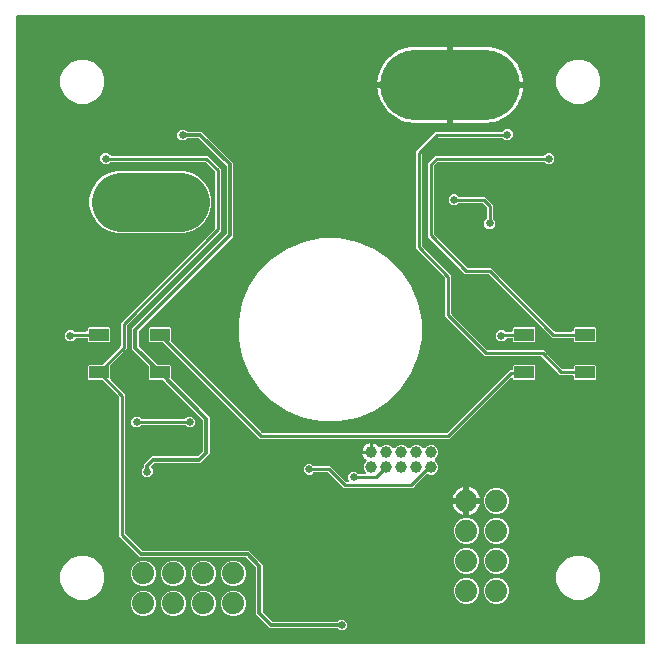
<source format=gbr>
G04 EAGLE Gerber RS-274X export*
G75*
%MOMM*%
%FSLAX34Y34*%
%LPD*%
%INTop Copper*%
%IPPOS*%
%AMOC8*
5,1,8,0,0,1.08239X$1,22.5*%
G01*
%ADD10C,5.016000*%
%ADD11C,5.916000*%
%ADD12R,1.651000X1.000000*%
%ADD13C,1.000000*%
%ADD14C,1.879600*%
%ADD15C,0.654800*%
%ADD16C,0.254000*%
%ADD17C,0.304800*%

G36*
X535118Y3746D02*
X535118Y3746D01*
X535237Y3753D01*
X535275Y3766D01*
X535316Y3771D01*
X535426Y3814D01*
X535539Y3851D01*
X535574Y3873D01*
X535611Y3888D01*
X535707Y3958D01*
X535808Y4021D01*
X535836Y4051D01*
X535869Y4074D01*
X535945Y4166D01*
X536026Y4253D01*
X536046Y4288D01*
X536071Y4319D01*
X536122Y4427D01*
X536180Y4531D01*
X536190Y4571D01*
X536207Y4607D01*
X536229Y4724D01*
X536259Y4839D01*
X536263Y4900D01*
X536267Y4920D01*
X536265Y4940D01*
X536269Y5000D01*
X536269Y535000D01*
X536254Y535118D01*
X536247Y535237D01*
X536234Y535275D01*
X536229Y535316D01*
X536186Y535426D01*
X536149Y535539D01*
X536127Y535574D01*
X536112Y535611D01*
X536043Y535707D01*
X535979Y535808D01*
X535949Y535836D01*
X535926Y535869D01*
X535834Y535945D01*
X535747Y536026D01*
X535712Y536046D01*
X535681Y536071D01*
X535573Y536122D01*
X535469Y536180D01*
X535429Y536190D01*
X535393Y536207D01*
X535276Y536229D01*
X535161Y536259D01*
X535101Y536263D01*
X535081Y536267D01*
X535060Y536265D01*
X535000Y536269D01*
X5000Y536269D01*
X4882Y536254D01*
X4763Y536247D01*
X4725Y536234D01*
X4684Y536229D01*
X4574Y536186D01*
X4461Y536149D01*
X4426Y536127D01*
X4389Y536112D01*
X4293Y536043D01*
X4192Y535979D01*
X4164Y535949D01*
X4131Y535926D01*
X4056Y535834D01*
X3974Y535747D01*
X3954Y535712D01*
X3929Y535681D01*
X3878Y535573D01*
X3820Y535469D01*
X3810Y535429D01*
X3793Y535393D01*
X3771Y535276D01*
X3741Y535161D01*
X3737Y535101D01*
X3733Y535081D01*
X3735Y535060D01*
X3731Y535000D01*
X3731Y5000D01*
X3746Y4882D01*
X3753Y4763D01*
X3766Y4725D01*
X3771Y4684D01*
X3814Y4574D01*
X3851Y4461D01*
X3873Y4426D01*
X3888Y4389D01*
X3958Y4293D01*
X4021Y4192D01*
X4051Y4164D01*
X4074Y4131D01*
X4166Y4056D01*
X4253Y3974D01*
X4288Y3954D01*
X4319Y3929D01*
X4427Y3878D01*
X4531Y3820D01*
X4571Y3810D01*
X4607Y3793D01*
X4724Y3771D01*
X4839Y3741D01*
X4900Y3737D01*
X4920Y3733D01*
X4940Y3735D01*
X5000Y3731D01*
X535000Y3731D01*
X535118Y3746D01*
G37*
%LPC*%
G36*
X262363Y192459D02*
X262363Y192459D01*
X247382Y195439D01*
X233271Y201284D01*
X220571Y209770D01*
X209770Y220571D01*
X201284Y233271D01*
X195439Y247382D01*
X192459Y262363D01*
X192459Y277637D01*
X195439Y292618D01*
X201284Y306729D01*
X209770Y319429D01*
X220571Y330230D01*
X233271Y338716D01*
X247382Y344561D01*
X262363Y347541D01*
X277637Y347541D01*
X292618Y344561D01*
X306729Y338716D01*
X319429Y330230D01*
X330230Y319429D01*
X338716Y306729D01*
X344561Y292618D01*
X347541Y277637D01*
X347541Y262363D01*
X344561Y247382D01*
X338716Y233271D01*
X330230Y220571D01*
X319429Y209770D01*
X306729Y201284D01*
X292618Y195439D01*
X277637Y192459D01*
X262363Y192459D01*
G37*
%LPD*%
%LPC*%
G36*
X89051Y352149D02*
X89051Y352149D01*
X82349Y353945D01*
X76340Y357414D01*
X71434Y362320D01*
X67965Y368329D01*
X66169Y375031D01*
X66169Y381969D01*
X67965Y388671D01*
X71434Y394680D01*
X76340Y399586D01*
X82349Y403055D01*
X89051Y404851D01*
X146149Y404851D01*
X152851Y403055D01*
X158860Y399586D01*
X163766Y394680D01*
X167235Y388671D01*
X169031Y381969D01*
X169031Y375031D01*
X167235Y368329D01*
X163766Y362320D01*
X158860Y357414D01*
X152851Y353945D01*
X146149Y352149D01*
X89051Y352149D01*
G37*
%LPD*%
%LPC*%
G36*
X278118Y15455D02*
X278118Y15455D01*
X276739Y16834D01*
X276661Y16894D01*
X276589Y16962D01*
X276536Y16991D01*
X276488Y17028D01*
X276397Y17068D01*
X276310Y17116D01*
X276252Y17131D01*
X276196Y17155D01*
X276098Y17170D01*
X276002Y17195D01*
X275902Y17201D01*
X275882Y17205D01*
X275870Y17203D01*
X275842Y17205D01*
X218842Y17205D01*
X207205Y28842D01*
X207205Y68317D01*
X207193Y68415D01*
X207190Y68514D01*
X207173Y68572D01*
X207165Y68632D01*
X207129Y68724D01*
X207101Y68819D01*
X207071Y68872D01*
X207048Y68928D01*
X206990Y69008D01*
X206940Y69093D01*
X206874Y69169D01*
X206862Y69185D01*
X206852Y69193D01*
X206834Y69214D01*
X199214Y76834D01*
X199136Y76894D01*
X199064Y76962D01*
X199011Y76991D01*
X198963Y77028D01*
X198872Y77068D01*
X198785Y77116D01*
X198727Y77131D01*
X198671Y77155D01*
X198573Y77170D01*
X198477Y77195D01*
X198377Y77201D01*
X198357Y77205D01*
X198345Y77203D01*
X198317Y77205D01*
X108842Y77205D01*
X107190Y78857D01*
X107190Y78873D01*
X107173Y78931D01*
X107165Y78991D01*
X107129Y79083D01*
X107101Y79179D01*
X107071Y79231D01*
X107048Y79287D01*
X106990Y79367D01*
X106940Y79453D01*
X106874Y79528D01*
X106862Y79544D01*
X106852Y79552D01*
X106834Y79573D01*
X93319Y93088D01*
X91459Y94948D01*
X91459Y212652D01*
X91447Y212750D01*
X91444Y212849D01*
X91427Y212907D01*
X91419Y212967D01*
X91383Y213059D01*
X91355Y213155D01*
X91325Y213207D01*
X91302Y213263D01*
X91244Y213343D01*
X91194Y213428D01*
X91128Y213504D01*
X91116Y213520D01*
X91106Y213528D01*
X91088Y213549D01*
X77279Y227358D01*
X77201Y227418D01*
X77129Y227486D01*
X77076Y227515D01*
X77028Y227552D01*
X76937Y227592D01*
X76850Y227640D01*
X76792Y227655D01*
X76736Y227679D01*
X76638Y227694D01*
X76543Y227719D01*
X76443Y227725D01*
X76422Y227729D01*
X76410Y227727D01*
X76382Y227729D01*
X65449Y227729D01*
X64704Y228474D01*
X64704Y239526D01*
X65449Y240271D01*
X76382Y240271D01*
X76480Y240283D01*
X76579Y240286D01*
X76637Y240303D01*
X76697Y240311D01*
X76789Y240347D01*
X76885Y240375D01*
X76937Y240405D01*
X76993Y240428D01*
X77073Y240486D01*
X77159Y240536D01*
X77234Y240602D01*
X77250Y240614D01*
X77258Y240624D01*
X77279Y240642D01*
X92088Y255451D01*
X92148Y255529D01*
X92216Y255601D01*
X92245Y255654D01*
X92282Y255702D01*
X92322Y255793D01*
X92370Y255880D01*
X92385Y255938D01*
X92409Y255994D01*
X92424Y256092D01*
X92449Y256187D01*
X92455Y256288D01*
X92459Y256308D01*
X92457Y256320D01*
X92459Y256348D01*
X92459Y276052D01*
X172088Y355681D01*
X172148Y355759D01*
X172216Y355831D01*
X172242Y355879D01*
X172261Y355902D01*
X172265Y355910D01*
X172282Y355932D01*
X172322Y356023D01*
X172370Y356110D01*
X172382Y356158D01*
X172397Y356189D01*
X172399Y356202D01*
X172409Y356224D01*
X172424Y356322D01*
X172449Y356417D01*
X172453Y356484D01*
X172457Y356502D01*
X172456Y356519D01*
X172459Y356538D01*
X172457Y356550D01*
X172459Y356578D01*
X172459Y403422D01*
X172447Y403520D01*
X172444Y403619D01*
X172427Y403677D01*
X172419Y403737D01*
X172383Y403829D01*
X172355Y403925D01*
X172325Y403977D01*
X172302Y404033D01*
X172244Y404113D01*
X172194Y404198D01*
X172128Y404274D01*
X172116Y404290D01*
X172106Y404298D01*
X172088Y404319D01*
X164319Y412088D01*
X164241Y412148D01*
X164169Y412216D01*
X164116Y412245D01*
X164068Y412282D01*
X163977Y412322D01*
X163890Y412370D01*
X163832Y412385D01*
X163776Y412409D01*
X163678Y412424D01*
X163583Y412449D01*
X163482Y412455D01*
X163462Y412459D01*
X163450Y412457D01*
X163422Y412459D01*
X84412Y412459D01*
X84314Y412447D01*
X84215Y412444D01*
X84157Y412427D01*
X84097Y412419D01*
X84005Y412383D01*
X83910Y412355D01*
X83857Y412325D01*
X83801Y412302D01*
X83721Y412244D01*
X83636Y412194D01*
X83560Y412128D01*
X83544Y412116D01*
X83536Y412106D01*
X83515Y412088D01*
X81882Y410455D01*
X78118Y410455D01*
X75455Y413118D01*
X75455Y416882D01*
X78118Y419545D01*
X81882Y419545D01*
X83515Y417912D01*
X83593Y417852D01*
X83665Y417784D01*
X83718Y417755D01*
X83766Y417718D01*
X83857Y417678D01*
X83944Y417630D01*
X84002Y417615D01*
X84058Y417591D01*
X84156Y417576D01*
X84252Y417551D01*
X84352Y417545D01*
X84372Y417541D01*
X84384Y417543D01*
X84412Y417541D01*
X166052Y417541D01*
X177541Y406052D01*
X177541Y353948D01*
X97912Y274319D01*
X97852Y274241D01*
X97784Y274169D01*
X97755Y274116D01*
X97718Y274068D01*
X97678Y273977D01*
X97630Y273890D01*
X97615Y273832D01*
X97591Y273776D01*
X97576Y273678D01*
X97551Y273583D01*
X97545Y273482D01*
X97541Y273462D01*
X97543Y273450D01*
X97541Y273422D01*
X97541Y253718D01*
X95681Y251858D01*
X84127Y240304D01*
X84067Y240226D01*
X83999Y240154D01*
X83970Y240101D01*
X83933Y240053D01*
X83893Y239962D01*
X83845Y239875D01*
X83830Y239817D01*
X83806Y239761D01*
X83791Y239663D01*
X83766Y239568D01*
X83760Y239468D01*
X83756Y239447D01*
X83758Y239435D01*
X83756Y239407D01*
X83756Y228593D01*
X83768Y228495D01*
X83771Y228396D01*
X83788Y228338D01*
X83796Y228278D01*
X83832Y228186D01*
X83860Y228090D01*
X83890Y228038D01*
X83913Y227982D01*
X83971Y227902D01*
X84021Y227816D01*
X84087Y227741D01*
X84099Y227725D01*
X84109Y227717D01*
X84127Y227696D01*
X96541Y215282D01*
X96541Y97578D01*
X96553Y97480D01*
X96556Y97381D01*
X96573Y97323D01*
X96581Y97263D01*
X96617Y97171D01*
X96645Y97075D01*
X96675Y97023D01*
X96698Y96967D01*
X96756Y96887D01*
X96806Y96802D01*
X96872Y96726D01*
X96884Y96710D01*
X96894Y96702D01*
X96912Y96681D01*
X110427Y83166D01*
X110505Y83106D01*
X110577Y83038D01*
X110630Y83009D01*
X110678Y82972D01*
X110769Y82932D01*
X110856Y82884D01*
X110914Y82869D01*
X110970Y82845D01*
X111068Y82830D01*
X111163Y82805D01*
X111263Y82799D01*
X111284Y82795D01*
X111296Y82797D01*
X111324Y82795D01*
X201158Y82795D01*
X212795Y71158D01*
X212795Y31683D01*
X212807Y31585D01*
X212810Y31486D01*
X212827Y31428D01*
X212835Y31368D01*
X212871Y31276D01*
X212899Y31181D01*
X212929Y31128D01*
X212952Y31072D01*
X213010Y30992D01*
X213060Y30907D01*
X213126Y30831D01*
X213138Y30815D01*
X213148Y30807D01*
X213166Y30786D01*
X220786Y23166D01*
X220864Y23106D01*
X220936Y23038D01*
X220989Y23009D01*
X221037Y22972D01*
X221128Y22932D01*
X221215Y22884D01*
X221273Y22869D01*
X221329Y22845D01*
X221427Y22830D01*
X221523Y22805D01*
X221623Y22799D01*
X221643Y22795D01*
X221655Y22797D01*
X221683Y22795D01*
X275842Y22795D01*
X275940Y22807D01*
X276039Y22810D01*
X276097Y22827D01*
X276157Y22835D01*
X276249Y22871D01*
X276345Y22899D01*
X276397Y22929D01*
X276453Y22952D01*
X276533Y23010D01*
X276618Y23060D01*
X276694Y23126D01*
X276710Y23138D01*
X276718Y23148D01*
X276739Y23166D01*
X278118Y24545D01*
X281882Y24545D01*
X284545Y21882D01*
X284545Y18118D01*
X281882Y15455D01*
X278118Y15455D01*
G37*
%LPD*%
%LPC*%
G36*
X113118Y145455D02*
X113118Y145455D01*
X110455Y148118D01*
X110455Y151882D01*
X111834Y153261D01*
X111894Y153339D01*
X111962Y153411D01*
X111991Y153464D01*
X112028Y153512D01*
X112068Y153603D01*
X112116Y153690D01*
X112131Y153748D01*
X112155Y153804D01*
X112170Y153902D01*
X112195Y153998D01*
X112201Y154098D01*
X112205Y154118D01*
X112203Y154130D01*
X112205Y154158D01*
X112205Y156158D01*
X118842Y162795D01*
X157317Y162795D01*
X157415Y162807D01*
X157514Y162810D01*
X157572Y162827D01*
X157632Y162835D01*
X157724Y162871D01*
X157819Y162899D01*
X157872Y162929D01*
X157928Y162952D01*
X158008Y163010D01*
X158093Y163060D01*
X158169Y163126D01*
X158185Y163138D01*
X158193Y163148D01*
X158214Y163166D01*
X161834Y166786D01*
X161894Y166864D01*
X161962Y166936D01*
X161991Y166989D01*
X162028Y167037D01*
X162068Y167128D01*
X162116Y167215D01*
X162131Y167273D01*
X162155Y167329D01*
X162170Y167427D01*
X162195Y167523D01*
X162201Y167623D01*
X162205Y167643D01*
X162203Y167655D01*
X162205Y167683D01*
X162205Y193087D01*
X162193Y193185D01*
X162190Y193284D01*
X162173Y193342D01*
X162165Y193402D01*
X162129Y193494D01*
X162101Y193589D01*
X162071Y193642D01*
X162048Y193698D01*
X161990Y193778D01*
X161940Y193863D01*
X161874Y193939D01*
X161862Y193955D01*
X161852Y193963D01*
X161834Y193984D01*
X128460Y227358D01*
X128382Y227418D01*
X128310Y227486D01*
X128257Y227515D01*
X128209Y227552D01*
X128118Y227592D01*
X128031Y227640D01*
X127973Y227655D01*
X127917Y227679D01*
X127819Y227694D01*
X127723Y227719D01*
X127623Y227725D01*
X127603Y227729D01*
X127591Y227727D01*
X127563Y227729D01*
X116989Y227729D01*
X116244Y228474D01*
X116244Y239048D01*
X116232Y239146D01*
X116229Y239245D01*
X116212Y239303D01*
X116204Y239363D01*
X116168Y239455D01*
X116140Y239550D01*
X116110Y239603D01*
X116087Y239659D01*
X116029Y239739D01*
X115979Y239824D01*
X115913Y239900D01*
X115901Y239916D01*
X115891Y239924D01*
X115873Y239945D01*
X104214Y251604D01*
X102205Y253612D01*
X102205Y271158D01*
X181834Y350786D01*
X181894Y350864D01*
X181962Y350936D01*
X181991Y350989D01*
X182028Y351037D01*
X182068Y351128D01*
X182116Y351215D01*
X182131Y351273D01*
X182155Y351329D01*
X182170Y351427D01*
X182195Y351523D01*
X182201Y351623D01*
X182205Y351643D01*
X182203Y351655D01*
X182205Y351683D01*
X182205Y408317D01*
X182193Y408415D01*
X182190Y408514D01*
X182173Y408572D01*
X182165Y408632D01*
X182129Y408724D01*
X182101Y408819D01*
X182071Y408872D01*
X182048Y408928D01*
X181990Y409008D01*
X181940Y409093D01*
X181874Y409169D01*
X181862Y409185D01*
X181852Y409193D01*
X181834Y409214D01*
X159214Y431834D01*
X159136Y431894D01*
X159064Y431962D01*
X159011Y431991D01*
X158963Y432028D01*
X158872Y432068D01*
X158785Y432116D01*
X158727Y432131D01*
X158671Y432155D01*
X158573Y432170D01*
X158477Y432195D01*
X158377Y432201D01*
X158357Y432205D01*
X158345Y432203D01*
X158317Y432205D01*
X149158Y432205D01*
X149060Y432193D01*
X148961Y432190D01*
X148903Y432173D01*
X148843Y432165D01*
X148751Y432129D01*
X148656Y432101D01*
X148603Y432071D01*
X148547Y432048D01*
X148467Y431990D01*
X148382Y431940D01*
X148306Y431874D01*
X148290Y431862D01*
X148282Y431852D01*
X148261Y431834D01*
X146882Y430455D01*
X143118Y430455D01*
X140455Y433118D01*
X140455Y436882D01*
X143118Y439545D01*
X146882Y439545D01*
X148261Y438166D01*
X148339Y438106D01*
X148411Y438038D01*
X148464Y438009D01*
X148512Y437972D01*
X148603Y437932D01*
X148690Y437884D01*
X148748Y437869D01*
X148804Y437845D01*
X148902Y437830D01*
X148998Y437805D01*
X149098Y437799D01*
X149118Y437795D01*
X149130Y437797D01*
X149158Y437795D01*
X161158Y437795D01*
X187795Y411158D01*
X187795Y348842D01*
X108166Y269214D01*
X108106Y269136D01*
X108038Y269064D01*
X108009Y269011D01*
X107972Y268963D01*
X107932Y268872D01*
X107884Y268785D01*
X107869Y268727D01*
X107845Y268671D01*
X107830Y268573D01*
X107805Y268477D01*
X107799Y268377D01*
X107795Y268357D01*
X107797Y268345D01*
X107795Y268317D01*
X107795Y256453D01*
X107807Y256355D01*
X107810Y256256D01*
X107827Y256198D01*
X107835Y256138D01*
X107871Y256046D01*
X107899Y255951D01*
X107929Y255898D01*
X107952Y255842D01*
X108010Y255762D01*
X108060Y255677D01*
X108126Y255601D01*
X108138Y255585D01*
X108148Y255577D01*
X108166Y255556D01*
X123080Y240642D01*
X123158Y240582D01*
X123230Y240514D01*
X123283Y240485D01*
X123331Y240448D01*
X123422Y240408D01*
X123509Y240360D01*
X123567Y240345D01*
X123623Y240321D01*
X123721Y240306D01*
X123817Y240281D01*
X123917Y240275D01*
X123937Y240271D01*
X123949Y240273D01*
X123977Y240271D01*
X134551Y240271D01*
X135296Y239526D01*
X135296Y228952D01*
X135308Y228854D01*
X135311Y228755D01*
X135328Y228697D01*
X135336Y228637D01*
X135372Y228545D01*
X135400Y228450D01*
X135430Y228397D01*
X135453Y228341D01*
X135511Y228261D01*
X135561Y228176D01*
X135627Y228100D01*
X135639Y228084D01*
X135649Y228076D01*
X135667Y228055D01*
X165786Y197936D01*
X167795Y195928D01*
X167795Y164842D01*
X160158Y157205D01*
X121683Y157205D01*
X121585Y157193D01*
X121486Y157190D01*
X121428Y157173D01*
X121368Y157165D01*
X121276Y157129D01*
X121181Y157101D01*
X121128Y157071D01*
X121072Y157048D01*
X120992Y156990D01*
X120907Y156940D01*
X120831Y156874D01*
X120815Y156862D01*
X120807Y156852D01*
X120786Y156834D01*
X118587Y154635D01*
X118514Y154541D01*
X118436Y154452D01*
X118417Y154416D01*
X118392Y154384D01*
X118345Y154274D01*
X118291Y154168D01*
X118282Y154129D01*
X118266Y154092D01*
X118247Y153974D01*
X118221Y153858D01*
X118222Y153818D01*
X118216Y153778D01*
X118227Y153659D01*
X118231Y153540D01*
X118242Y153501D01*
X118246Y153461D01*
X118286Y153349D01*
X118319Y153235D01*
X118340Y153200D01*
X118354Y153162D01*
X118420Y153063D01*
X118481Y152961D01*
X118521Y152916D01*
X118532Y152899D01*
X118547Y152885D01*
X118587Y152840D01*
X119545Y151882D01*
X119545Y148118D01*
X116882Y145455D01*
X113118Y145455D01*
G37*
%LPD*%
%LPC*%
G36*
X281524Y135883D02*
X281524Y135883D01*
X268319Y149088D01*
X268241Y149148D01*
X268169Y149216D01*
X268116Y149245D01*
X268068Y149282D01*
X267977Y149322D01*
X267890Y149370D01*
X267832Y149385D01*
X267776Y149409D01*
X267678Y149424D01*
X267583Y149449D01*
X267482Y149455D01*
X267462Y149459D01*
X267450Y149457D01*
X267422Y149459D01*
X256412Y149459D01*
X256314Y149447D01*
X256215Y149444D01*
X256157Y149427D01*
X256097Y149419D01*
X256005Y149383D01*
X255910Y149355D01*
X255857Y149325D01*
X255801Y149302D01*
X255721Y149244D01*
X255636Y149194D01*
X255560Y149128D01*
X255544Y149116D01*
X255536Y149106D01*
X255515Y149088D01*
X253882Y147455D01*
X250118Y147455D01*
X247455Y150118D01*
X247455Y153882D01*
X250118Y156545D01*
X253882Y156545D01*
X255515Y154912D01*
X255593Y154852D01*
X255665Y154784D01*
X255718Y154755D01*
X255766Y154718D01*
X255857Y154678D01*
X255944Y154630D01*
X256002Y154615D01*
X256058Y154591D01*
X256156Y154576D01*
X256252Y154551D01*
X256352Y154545D01*
X256372Y154541D01*
X256384Y154543D01*
X256412Y154541D01*
X270052Y154541D01*
X283257Y141336D01*
X283335Y141276D01*
X283407Y141208D01*
X283460Y141179D01*
X283508Y141142D01*
X283599Y141102D01*
X283686Y141054D01*
X283744Y141039D01*
X283800Y141015D01*
X283898Y141000D01*
X283993Y140975D01*
X284094Y140969D01*
X284114Y140965D01*
X284126Y140967D01*
X284154Y140965D01*
X284544Y140965D01*
X284682Y140982D01*
X284820Y140995D01*
X284839Y141002D01*
X284859Y141005D01*
X284989Y141056D01*
X285120Y141103D01*
X285136Y141114D01*
X285155Y141122D01*
X285268Y141203D01*
X285383Y141281D01*
X285396Y141297D01*
X285412Y141308D01*
X285501Y141416D01*
X285593Y141520D01*
X285602Y141538D01*
X285615Y141553D01*
X285674Y141679D01*
X285738Y141803D01*
X285742Y141823D01*
X285751Y141841D01*
X285777Y141977D01*
X285807Y142113D01*
X285807Y142134D01*
X285811Y142153D01*
X285802Y142292D01*
X285798Y142431D01*
X285792Y142451D01*
X285791Y142471D01*
X285748Y142603D01*
X285709Y142737D01*
X285699Y142754D01*
X285693Y142773D01*
X285618Y142891D01*
X285548Y143011D01*
X285529Y143032D01*
X285523Y143042D01*
X285508Y143056D01*
X285455Y143116D01*
X285455Y146882D01*
X288118Y149545D01*
X291882Y149545D01*
X293515Y147912D01*
X293593Y147852D01*
X293665Y147784D01*
X293718Y147755D01*
X293766Y147718D01*
X293857Y147678D01*
X293944Y147630D01*
X294002Y147615D01*
X294058Y147591D01*
X294156Y147576D01*
X294252Y147551D01*
X294352Y147545D01*
X294372Y147541D01*
X294384Y147543D01*
X294412Y147541D01*
X298777Y147541D01*
X298915Y147558D01*
X299053Y147571D01*
X299072Y147578D01*
X299092Y147581D01*
X299222Y147632D01*
X299353Y147679D01*
X299369Y147690D01*
X299388Y147698D01*
X299501Y147779D01*
X299616Y147857D01*
X299629Y147873D01*
X299645Y147884D01*
X299734Y147992D01*
X299826Y148096D01*
X299835Y148114D01*
X299848Y148129D01*
X299907Y148255D01*
X299971Y148379D01*
X299975Y148399D01*
X299984Y148417D01*
X300010Y148553D01*
X300040Y148689D01*
X300040Y148710D01*
X300044Y148729D01*
X300035Y148868D01*
X300031Y149007D01*
X300025Y149027D01*
X300024Y149047D01*
X299981Y149179D01*
X299942Y149313D01*
X299932Y149330D01*
X299926Y149349D01*
X299851Y149467D01*
X299781Y149587D01*
X299762Y149608D01*
X299756Y149618D01*
X299741Y149632D01*
X299674Y149708D01*
X299284Y150098D01*
X298329Y152403D01*
X298329Y154897D01*
X299284Y157202D01*
X300367Y158285D01*
X300419Y158352D01*
X300478Y158412D01*
X300516Y158477D01*
X300562Y158536D01*
X300595Y158614D01*
X300638Y158687D01*
X300658Y158759D01*
X300688Y158828D01*
X300701Y158911D01*
X300724Y158993D01*
X300726Y159068D01*
X300738Y159142D01*
X300730Y159226D01*
X300732Y159311D01*
X300715Y159384D01*
X300708Y159459D01*
X300680Y159538D01*
X300661Y159621D01*
X300626Y159687D01*
X300601Y159758D01*
X300553Y159828D01*
X300514Y159903D01*
X300464Y159959D01*
X300422Y160021D01*
X300359Y160077D01*
X300302Y160140D01*
X300190Y160226D01*
X300184Y160232D01*
X300180Y160233D01*
X300174Y160238D01*
X299793Y160493D01*
X298743Y161543D01*
X297917Y162778D01*
X297349Y164150D01*
X297164Y165081D01*
X304600Y165081D01*
X304718Y165096D01*
X304837Y165103D01*
X304875Y165115D01*
X304915Y165120D01*
X305026Y165164D01*
X305139Y165201D01*
X305173Y165223D01*
X305211Y165237D01*
X305307Y165307D01*
X305408Y165371D01*
X305408Y165372D01*
X305436Y165401D01*
X305468Y165424D01*
X305469Y165425D01*
X305545Y165517D01*
X305626Y165603D01*
X305646Y165639D01*
X305672Y165670D01*
X305722Y165777D01*
X305780Y165882D01*
X305790Y165921D01*
X305807Y165957D01*
X305829Y166074D01*
X305859Y166190D01*
X305863Y166250D01*
X305867Y166270D01*
X305866Y166290D01*
X305869Y166350D01*
X305869Y173786D01*
X306800Y173601D01*
X308172Y173033D01*
X309407Y172207D01*
X310457Y171157D01*
X310712Y170776D01*
X310767Y170712D01*
X310815Y170642D01*
X310871Y170592D01*
X310921Y170535D01*
X310990Y170487D01*
X311053Y170431D01*
X311120Y170397D01*
X311182Y170354D01*
X311261Y170325D01*
X311337Y170287D01*
X311410Y170270D01*
X311480Y170244D01*
X311564Y170236D01*
X311647Y170217D01*
X311722Y170219D01*
X311797Y170212D01*
X311880Y170224D01*
X311965Y170227D01*
X312037Y170248D01*
X312111Y170259D01*
X312189Y170292D01*
X312270Y170315D01*
X312335Y170353D01*
X312404Y170383D01*
X312471Y170434D01*
X312544Y170477D01*
X312650Y170570D01*
X312657Y170575D01*
X312659Y170578D01*
X312665Y170583D01*
X313748Y171666D01*
X316053Y172621D01*
X318547Y172621D01*
X320852Y171666D01*
X322753Y169766D01*
X322847Y169693D01*
X322936Y169614D01*
X322972Y169596D01*
X323004Y169571D01*
X323113Y169523D01*
X323219Y169469D01*
X323258Y169460D01*
X323296Y169444D01*
X323413Y169426D01*
X323529Y169400D01*
X323570Y169401D01*
X323610Y169395D01*
X323728Y169406D01*
X323847Y169409D01*
X323886Y169421D01*
X323926Y169424D01*
X324038Y169465D01*
X324153Y169498D01*
X324188Y169518D01*
X324226Y169532D01*
X324324Y169599D01*
X324427Y169659D01*
X324472Y169699D01*
X324489Y169711D01*
X324502Y169726D01*
X324548Y169766D01*
X326448Y171666D01*
X328753Y172621D01*
X331247Y172621D01*
X333552Y171666D01*
X335453Y169766D01*
X335547Y169693D01*
X335636Y169614D01*
X335672Y169596D01*
X335704Y169571D01*
X335813Y169523D01*
X335919Y169469D01*
X335958Y169460D01*
X335996Y169444D01*
X336113Y169426D01*
X336229Y169400D01*
X336270Y169401D01*
X336310Y169395D01*
X336428Y169406D01*
X336547Y169409D01*
X336586Y169421D01*
X336626Y169424D01*
X336738Y169465D01*
X336853Y169498D01*
X336888Y169518D01*
X336926Y169532D01*
X337024Y169599D01*
X337127Y169659D01*
X337172Y169699D01*
X337189Y169711D01*
X337202Y169726D01*
X337248Y169766D01*
X339148Y171666D01*
X341453Y172621D01*
X343947Y172621D01*
X346252Y171666D01*
X348152Y169766D01*
X348247Y169693D01*
X348336Y169614D01*
X348372Y169596D01*
X348404Y169571D01*
X348513Y169523D01*
X348619Y169469D01*
X348658Y169460D01*
X348696Y169444D01*
X348813Y169426D01*
X348929Y169400D01*
X348970Y169401D01*
X349010Y169395D01*
X349128Y169406D01*
X349247Y169409D01*
X349286Y169421D01*
X349326Y169424D01*
X349439Y169465D01*
X349553Y169498D01*
X349587Y169518D01*
X349626Y169532D01*
X349724Y169599D01*
X349827Y169659D01*
X349872Y169699D01*
X349889Y169711D01*
X349902Y169726D01*
X349947Y169766D01*
X351848Y171666D01*
X354153Y172621D01*
X356647Y172621D01*
X358952Y171666D01*
X360716Y169902D01*
X361671Y167597D01*
X361671Y165103D01*
X360716Y162798D01*
X358816Y160897D01*
X358743Y160803D01*
X358664Y160714D01*
X358646Y160678D01*
X358621Y160646D01*
X358573Y160537D01*
X358519Y160431D01*
X358510Y160392D01*
X358494Y160354D01*
X358476Y160237D01*
X358450Y160121D01*
X358451Y160080D01*
X358445Y160040D01*
X358456Y159922D01*
X358459Y159803D01*
X358471Y159764D01*
X358474Y159724D01*
X358515Y159612D01*
X358548Y159497D01*
X358568Y159462D01*
X358582Y159424D01*
X358649Y159326D01*
X358709Y159223D01*
X358749Y159178D01*
X358761Y159161D01*
X358776Y159148D01*
X358816Y159102D01*
X360716Y157202D01*
X361671Y154897D01*
X361671Y152403D01*
X360716Y150098D01*
X358952Y148334D01*
X356647Y147379D01*
X354153Y147379D01*
X352819Y147932D01*
X352790Y147940D01*
X352764Y147953D01*
X352637Y147981D01*
X352512Y148016D01*
X352482Y148016D01*
X352454Y148023D01*
X352324Y148019D01*
X352194Y148021D01*
X352165Y148014D01*
X352136Y148013D01*
X352011Y147977D01*
X351885Y147947D01*
X351859Y147933D01*
X351830Y147925D01*
X351719Y147859D01*
X351604Y147798D01*
X351582Y147778D01*
X351556Y147763D01*
X351435Y147657D01*
X341522Y137743D01*
X339662Y135883D01*
X281524Y135883D01*
G37*
%LPD*%
%LPC*%
G36*
X210718Y177459D02*
X210718Y177459D01*
X128819Y259358D01*
X128741Y259418D01*
X128669Y259486D01*
X128616Y259515D01*
X128568Y259552D01*
X128477Y259592D01*
X128390Y259640D01*
X128332Y259655D01*
X128276Y259679D01*
X128178Y259694D01*
X128083Y259719D01*
X127982Y259725D01*
X127962Y259729D01*
X127950Y259727D01*
X127922Y259729D01*
X116989Y259729D01*
X116244Y260474D01*
X116244Y271526D01*
X116989Y272271D01*
X134551Y272271D01*
X135296Y271526D01*
X135296Y260593D01*
X135308Y260495D01*
X135311Y260396D01*
X135328Y260338D01*
X135336Y260278D01*
X135372Y260186D01*
X135400Y260090D01*
X135430Y260038D01*
X135453Y259982D01*
X135511Y259902D01*
X135561Y259817D01*
X135627Y259741D01*
X135639Y259725D01*
X135649Y259717D01*
X135667Y259696D01*
X212451Y182912D01*
X212529Y182852D01*
X212601Y182784D01*
X212654Y182755D01*
X212702Y182718D01*
X212793Y182678D01*
X212880Y182630D01*
X212938Y182615D01*
X212994Y182591D01*
X213092Y182576D01*
X213187Y182551D01*
X213288Y182545D01*
X213308Y182541D01*
X213320Y182543D01*
X213348Y182541D01*
X368422Y182541D01*
X368520Y182553D01*
X368619Y182556D01*
X368677Y182573D01*
X368737Y182581D01*
X368829Y182617D01*
X368925Y182645D01*
X368977Y182675D01*
X369033Y182698D01*
X369113Y182756D01*
X369198Y182806D01*
X369274Y182872D01*
X369290Y182884D01*
X369298Y182894D01*
X369319Y182912D01*
X421948Y235541D01*
X423435Y235541D01*
X423553Y235556D01*
X423672Y235563D01*
X423710Y235576D01*
X423751Y235581D01*
X423861Y235624D01*
X423974Y235661D01*
X424009Y235683D01*
X424046Y235698D01*
X424142Y235767D01*
X424243Y235831D01*
X424271Y235861D01*
X424304Y235884D01*
X424380Y235976D01*
X424461Y236063D01*
X424481Y236098D01*
X424506Y236129D01*
X424557Y236237D01*
X424615Y236341D01*
X424625Y236381D01*
X424642Y236417D01*
X424664Y236534D01*
X424694Y236649D01*
X424698Y236709D01*
X424702Y236729D01*
X424700Y236750D01*
X424704Y236810D01*
X424704Y239526D01*
X425449Y240271D01*
X443011Y240271D01*
X443756Y239526D01*
X443756Y228474D01*
X443011Y227729D01*
X425449Y227729D01*
X424572Y228606D01*
X424566Y228623D01*
X424555Y228639D01*
X424547Y228658D01*
X424466Y228770D01*
X424388Y228886D01*
X424372Y228899D01*
X424361Y228915D01*
X424253Y229004D01*
X424149Y229096D01*
X424131Y229105D01*
X424116Y229118D01*
X423990Y229177D01*
X423866Y229241D01*
X423846Y229245D01*
X423828Y229254D01*
X423692Y229280D01*
X423556Y229310D01*
X423535Y229310D01*
X423516Y229314D01*
X423377Y229305D01*
X423238Y229301D01*
X423218Y229295D01*
X423198Y229294D01*
X423066Y229251D01*
X422932Y229212D01*
X422915Y229202D01*
X422896Y229196D01*
X422778Y229121D01*
X422658Y229051D01*
X422637Y229032D01*
X422627Y229026D01*
X422613Y229011D01*
X422538Y228944D01*
X371052Y177459D01*
X210718Y177459D01*
G37*
%LPD*%
%LPC*%
G36*
X476989Y227729D02*
X476989Y227729D01*
X476244Y228474D01*
X476244Y230190D01*
X476229Y230308D01*
X476222Y230427D01*
X476209Y230465D01*
X476204Y230506D01*
X476161Y230616D01*
X476124Y230729D01*
X476102Y230764D01*
X476087Y230801D01*
X476018Y230897D01*
X475954Y230998D01*
X475924Y231026D01*
X475901Y231059D01*
X475809Y231135D01*
X475722Y231216D01*
X475687Y231236D01*
X475656Y231261D01*
X475548Y231312D01*
X475444Y231370D01*
X475404Y231380D01*
X475368Y231397D01*
X475251Y231419D01*
X475136Y231449D01*
X475076Y231453D01*
X475056Y231457D01*
X475035Y231455D01*
X474975Y231459D01*
X464718Y231459D01*
X449089Y247088D01*
X449011Y247148D01*
X448939Y247216D01*
X448886Y247245D01*
X448838Y247282D01*
X448747Y247322D01*
X448660Y247370D01*
X448602Y247385D01*
X448546Y247409D01*
X448448Y247424D01*
X448353Y247449D01*
X448253Y247455D01*
X448232Y247459D01*
X448220Y247457D01*
X448192Y247459D01*
X401084Y247459D01*
X367459Y281084D01*
X367459Y313422D01*
X367447Y313520D01*
X367444Y313619D01*
X367431Y313663D01*
X367431Y313665D01*
X367428Y313675D01*
X367427Y313677D01*
X367419Y313737D01*
X367383Y313829D01*
X367355Y313925D01*
X367336Y313957D01*
X367333Y313967D01*
X367321Y313986D01*
X367302Y314033D01*
X367244Y314113D01*
X367194Y314198D01*
X367168Y314228D01*
X367163Y314236D01*
X367152Y314246D01*
X367128Y314274D01*
X367116Y314290D01*
X367106Y314298D01*
X367088Y314319D01*
X342459Y338948D01*
X342459Y421052D01*
X359136Y437729D01*
X415399Y437729D01*
X415497Y437742D01*
X415596Y437745D01*
X415654Y437762D01*
X415715Y437769D01*
X415807Y437806D01*
X415902Y437833D01*
X415954Y437864D01*
X416010Y437886D01*
X416090Y437944D01*
X416176Y437995D01*
X416251Y438061D01*
X416268Y438073D01*
X416275Y438083D01*
X416297Y438101D01*
X417929Y439733D01*
X421694Y439733D01*
X424356Y437071D01*
X424356Y433306D01*
X421694Y430644D01*
X417929Y430644D01*
X416297Y432276D01*
X416218Y432337D01*
X416146Y432405D01*
X416093Y432434D01*
X416045Y432471D01*
X415954Y432511D01*
X415868Y432558D01*
X415809Y432573D01*
X415753Y432598D01*
X415655Y432613D01*
X415560Y432638D01*
X415460Y432644D01*
X415439Y432647D01*
X415427Y432646D01*
X415399Y432648D01*
X361767Y432648D01*
X361669Y432636D01*
X361570Y432633D01*
X361511Y432616D01*
X361451Y432608D01*
X361359Y432572D01*
X361264Y432544D01*
X361212Y432513D01*
X361156Y432491D01*
X361076Y432433D01*
X360990Y432383D01*
X360915Y432316D01*
X360898Y432304D01*
X360891Y432295D01*
X360869Y432276D01*
X347912Y419319D01*
X347852Y419241D01*
X347784Y419169D01*
X347755Y419116D01*
X347718Y419068D01*
X347678Y418977D01*
X347630Y418890D01*
X347615Y418832D01*
X347591Y418776D01*
X347576Y418678D01*
X347551Y418583D01*
X347545Y418482D01*
X347541Y418462D01*
X347543Y418450D01*
X347541Y418422D01*
X347541Y341578D01*
X347553Y341480D01*
X347556Y341381D01*
X347573Y341323D01*
X347581Y341263D01*
X347617Y341171D01*
X347645Y341075D01*
X347675Y341023D01*
X347698Y340967D01*
X347756Y340887D01*
X347806Y340802D01*
X347872Y340726D01*
X347884Y340710D01*
X347894Y340702D01*
X347912Y340681D01*
X372541Y316052D01*
X372541Y283715D01*
X372553Y283617D01*
X372556Y283518D01*
X372573Y283459D01*
X372581Y283399D01*
X372617Y283307D01*
X372645Y283212D01*
X372675Y283160D01*
X372698Y283104D01*
X372756Y283024D01*
X372806Y282938D01*
X372872Y282863D01*
X372884Y282846D01*
X372894Y282838D01*
X372912Y282817D01*
X402817Y252912D01*
X402896Y252852D01*
X402968Y252784D01*
X403021Y252755D01*
X403069Y252718D01*
X403160Y252678D01*
X403246Y252630D01*
X403305Y252615D01*
X403360Y252591D01*
X403458Y252576D01*
X403554Y252551D01*
X403654Y252545D01*
X403674Y252541D01*
X403687Y252543D01*
X403715Y252541D01*
X450822Y252541D01*
X452682Y250681D01*
X466451Y236912D01*
X466529Y236852D01*
X466601Y236784D01*
X466654Y236755D01*
X466702Y236718D01*
X466793Y236678D01*
X466880Y236630D01*
X466938Y236615D01*
X466994Y236591D01*
X467092Y236576D01*
X467187Y236551D01*
X467288Y236545D01*
X467308Y236541D01*
X467320Y236543D01*
X467348Y236541D01*
X474975Y236541D01*
X475093Y236556D01*
X475212Y236563D01*
X475250Y236576D01*
X475291Y236581D01*
X475401Y236624D01*
X475514Y236661D01*
X475549Y236683D01*
X475586Y236698D01*
X475682Y236767D01*
X475783Y236831D01*
X475811Y236861D01*
X475844Y236884D01*
X475920Y236976D01*
X476001Y237063D01*
X476021Y237098D01*
X476046Y237129D01*
X476097Y237237D01*
X476155Y237341D01*
X476165Y237381D01*
X476182Y237417D01*
X476204Y237534D01*
X476234Y237649D01*
X476238Y237709D01*
X476242Y237729D01*
X476240Y237750D01*
X476244Y237810D01*
X476244Y239526D01*
X476989Y240271D01*
X494551Y240271D01*
X495296Y239526D01*
X495296Y228474D01*
X494551Y227729D01*
X476989Y227729D01*
G37*
%LPD*%
%LPC*%
G36*
X476989Y259729D02*
X476989Y259729D01*
X476244Y260474D01*
X476244Y262190D01*
X476229Y262308D01*
X476222Y262427D01*
X476209Y262465D01*
X476204Y262506D01*
X476161Y262616D01*
X476124Y262729D01*
X476102Y262764D01*
X476087Y262801D01*
X476018Y262897D01*
X475954Y262998D01*
X475924Y263026D01*
X475901Y263059D01*
X475809Y263135D01*
X475722Y263216D01*
X475687Y263236D01*
X475656Y263261D01*
X475548Y263312D01*
X475444Y263370D01*
X475404Y263380D01*
X475368Y263397D01*
X475251Y263419D01*
X475136Y263449D01*
X475076Y263453D01*
X475056Y263457D01*
X475035Y263455D01*
X474975Y263459D01*
X457948Y263459D01*
X404319Y317088D01*
X404241Y317148D01*
X404169Y317216D01*
X404116Y317245D01*
X404068Y317282D01*
X403977Y317322D01*
X403890Y317370D01*
X403832Y317385D01*
X403776Y317409D01*
X403678Y317424D01*
X403583Y317449D01*
X403482Y317455D01*
X403462Y317459D01*
X403450Y317457D01*
X403422Y317459D01*
X383948Y317459D01*
X352459Y348948D01*
X352459Y411052D01*
X358948Y417541D01*
X450588Y417541D01*
X450686Y417553D01*
X450785Y417556D01*
X450843Y417573D01*
X450903Y417581D01*
X450995Y417617D01*
X451090Y417645D01*
X451143Y417675D01*
X451199Y417698D01*
X451279Y417756D01*
X451364Y417806D01*
X451440Y417872D01*
X451456Y417884D01*
X451464Y417894D01*
X451485Y417912D01*
X453118Y419545D01*
X456882Y419545D01*
X459545Y416882D01*
X459545Y413118D01*
X456882Y410455D01*
X453118Y410455D01*
X451485Y412088D01*
X451407Y412148D01*
X451335Y412216D01*
X451282Y412245D01*
X451234Y412282D01*
X451143Y412322D01*
X451056Y412370D01*
X450998Y412385D01*
X450942Y412409D01*
X450844Y412424D01*
X450748Y412449D01*
X450648Y412455D01*
X450628Y412459D01*
X450616Y412457D01*
X450588Y412459D01*
X361578Y412459D01*
X361480Y412447D01*
X361381Y412444D01*
X361323Y412427D01*
X361263Y412419D01*
X361171Y412383D01*
X361075Y412355D01*
X361023Y412325D01*
X360967Y412302D01*
X360887Y412244D01*
X360802Y412194D01*
X360726Y412128D01*
X360710Y412116D01*
X360702Y412106D01*
X360681Y412088D01*
X357912Y409319D01*
X357852Y409241D01*
X357784Y409169D01*
X357755Y409116D01*
X357718Y409068D01*
X357678Y408977D01*
X357630Y408890D01*
X357615Y408832D01*
X357591Y408776D01*
X357576Y408678D01*
X357551Y408583D01*
X357545Y408482D01*
X357541Y408462D01*
X357543Y408450D01*
X357541Y408422D01*
X357541Y351578D01*
X357553Y351480D01*
X357556Y351381D01*
X357573Y351323D01*
X357581Y351263D01*
X357617Y351171D01*
X357645Y351075D01*
X357675Y351023D01*
X357698Y350967D01*
X357756Y350887D01*
X357806Y350802D01*
X357872Y350726D01*
X357884Y350710D01*
X357894Y350702D01*
X357912Y350681D01*
X385681Y322912D01*
X385759Y322852D01*
X385831Y322784D01*
X385884Y322755D01*
X385932Y322718D01*
X386023Y322678D01*
X386110Y322630D01*
X386168Y322615D01*
X386224Y322591D01*
X386322Y322576D01*
X386417Y322551D01*
X386518Y322545D01*
X386538Y322541D01*
X386550Y322543D01*
X386578Y322541D01*
X406052Y322541D01*
X459681Y268912D01*
X459759Y268852D01*
X459831Y268784D01*
X459884Y268755D01*
X459932Y268718D01*
X460023Y268678D01*
X460110Y268630D01*
X460168Y268615D01*
X460224Y268591D01*
X460322Y268576D01*
X460417Y268551D01*
X460518Y268545D01*
X460538Y268541D01*
X460550Y268543D01*
X460578Y268541D01*
X474975Y268541D01*
X475093Y268556D01*
X475212Y268563D01*
X475250Y268576D01*
X475291Y268581D01*
X475401Y268624D01*
X475514Y268661D01*
X475549Y268683D01*
X475586Y268698D01*
X475682Y268767D01*
X475783Y268831D01*
X475811Y268861D01*
X475844Y268884D01*
X475920Y268976D01*
X476001Y269063D01*
X476021Y269098D01*
X476046Y269129D01*
X476097Y269237D01*
X476155Y269341D01*
X476165Y269381D01*
X476182Y269417D01*
X476204Y269534D01*
X476234Y269649D01*
X476238Y269709D01*
X476242Y269729D01*
X476240Y269750D01*
X476244Y269810D01*
X476244Y271526D01*
X476989Y272271D01*
X494551Y272271D01*
X495296Y271526D01*
X495296Y260474D01*
X494551Y259729D01*
X476989Y259729D01*
G37*
%LPD*%
%LPC*%
G36*
X374139Y479939D02*
X374139Y479939D01*
X374139Y509521D01*
X402758Y509521D01*
X405899Y509211D01*
X408994Y508596D01*
X412014Y507680D01*
X414930Y506472D01*
X417713Y504984D01*
X420337Y503231D01*
X422777Y501228D01*
X425008Y498997D01*
X427011Y496557D01*
X428764Y493933D01*
X430252Y491150D01*
X431460Y488234D01*
X432376Y485214D01*
X432991Y482119D01*
X433206Y479939D01*
X374139Y479939D01*
G37*
%LPD*%
%LPC*%
G36*
X309994Y479939D02*
X309994Y479939D01*
X310209Y482119D01*
X310824Y485214D01*
X311740Y488234D01*
X312948Y491150D01*
X314436Y493933D01*
X316189Y496557D01*
X318192Y498997D01*
X320423Y501228D01*
X322863Y503231D01*
X325487Y504984D01*
X328270Y506472D01*
X331186Y507680D01*
X334206Y508596D01*
X337301Y509211D01*
X340442Y509521D01*
X369061Y509521D01*
X369061Y479939D01*
X309994Y479939D01*
G37*
%LPD*%
%LPC*%
G36*
X374139Y445279D02*
X374139Y445279D01*
X374139Y474861D01*
X433206Y474861D01*
X432991Y472681D01*
X432376Y469586D01*
X431460Y466566D01*
X430252Y463650D01*
X428764Y460867D01*
X427011Y458243D01*
X425008Y455803D01*
X422777Y453572D01*
X420337Y451569D01*
X417713Y449816D01*
X414930Y448328D01*
X412014Y447120D01*
X408994Y446204D01*
X405899Y445589D01*
X402758Y445279D01*
X374139Y445279D01*
G37*
%LPD*%
%LPC*%
G36*
X340442Y445279D02*
X340442Y445279D01*
X337301Y445589D01*
X334206Y446204D01*
X331186Y447120D01*
X328270Y448328D01*
X325487Y449816D01*
X322863Y451569D01*
X320423Y453572D01*
X318192Y455803D01*
X316189Y458243D01*
X314436Y460867D01*
X312948Y463650D01*
X311740Y466566D01*
X310824Y469586D01*
X310209Y472681D01*
X309994Y474861D01*
X369061Y474861D01*
X369061Y445279D01*
X340442Y445279D01*
G37*
%LPD*%
%LPC*%
G36*
X476312Y41459D02*
X476312Y41459D01*
X469498Y44282D01*
X464282Y49498D01*
X461459Y56312D01*
X461459Y63688D01*
X464282Y70502D01*
X469498Y75718D01*
X476312Y78541D01*
X483688Y78541D01*
X490502Y75718D01*
X495718Y70502D01*
X498541Y63688D01*
X498541Y56312D01*
X495718Y49498D01*
X490502Y44282D01*
X483688Y41459D01*
X476312Y41459D01*
G37*
%LPD*%
%LPC*%
G36*
X56312Y461459D02*
X56312Y461459D01*
X49498Y464282D01*
X44282Y469498D01*
X41459Y476312D01*
X41459Y483688D01*
X44282Y490502D01*
X49498Y495718D01*
X56312Y498541D01*
X63688Y498541D01*
X70502Y495718D01*
X75718Y490502D01*
X78541Y483688D01*
X78541Y476312D01*
X75718Y469498D01*
X70502Y464282D01*
X63688Y461459D01*
X56312Y461459D01*
G37*
%LPD*%
%LPC*%
G36*
X56312Y41459D02*
X56312Y41459D01*
X49498Y44282D01*
X44282Y49498D01*
X41459Y56312D01*
X41459Y63688D01*
X44282Y70502D01*
X49498Y75718D01*
X56312Y78541D01*
X63688Y78541D01*
X70502Y75718D01*
X75718Y70502D01*
X78541Y63688D01*
X78541Y56312D01*
X75718Y49498D01*
X70502Y44282D01*
X63688Y41459D01*
X56312Y41459D01*
G37*
%LPD*%
%LPC*%
G36*
X476312Y461459D02*
X476312Y461459D01*
X469498Y464282D01*
X464282Y469498D01*
X461459Y476312D01*
X461459Y483688D01*
X464282Y490502D01*
X469498Y495718D01*
X476312Y498541D01*
X483688Y498541D01*
X490502Y495718D01*
X495718Y490502D01*
X498541Y483688D01*
X498541Y476312D01*
X495718Y469498D01*
X490502Y464282D01*
X483688Y461459D01*
X476312Y461459D01*
G37*
%LPD*%
%LPC*%
G36*
X160578Y27631D02*
X160578Y27631D01*
X156657Y29255D01*
X153655Y32257D01*
X152031Y36178D01*
X152031Y40422D01*
X153655Y44343D01*
X156657Y47345D01*
X160578Y48969D01*
X164822Y48969D01*
X168743Y47345D01*
X171745Y44343D01*
X173369Y40422D01*
X173369Y36178D01*
X171745Y32257D01*
X168743Y29255D01*
X164822Y27631D01*
X160578Y27631D01*
G37*
%LPD*%
%LPC*%
G36*
X383178Y63631D02*
X383178Y63631D01*
X379257Y65255D01*
X376255Y68257D01*
X374631Y72178D01*
X374631Y76422D01*
X376255Y80343D01*
X379257Y83345D01*
X383178Y84969D01*
X387422Y84969D01*
X391343Y83345D01*
X394345Y80343D01*
X395969Y76422D01*
X395969Y72178D01*
X394345Y68257D01*
X391343Y65255D01*
X387422Y63631D01*
X383178Y63631D01*
G37*
%LPD*%
%LPC*%
G36*
X160578Y53031D02*
X160578Y53031D01*
X156657Y54655D01*
X153655Y57657D01*
X152031Y61578D01*
X152031Y65822D01*
X153655Y69743D01*
X156657Y72745D01*
X160578Y74369D01*
X164822Y74369D01*
X168743Y72745D01*
X171745Y69743D01*
X173369Y65822D01*
X173369Y61578D01*
X171745Y57657D01*
X168743Y54655D01*
X164822Y53031D01*
X160578Y53031D01*
G37*
%LPD*%
%LPC*%
G36*
X185978Y27631D02*
X185978Y27631D01*
X182057Y29255D01*
X179055Y32257D01*
X177431Y36178D01*
X177431Y40422D01*
X179055Y44343D01*
X182057Y47345D01*
X185978Y48969D01*
X190222Y48969D01*
X194143Y47345D01*
X197145Y44343D01*
X198769Y40422D01*
X198769Y36178D01*
X197145Y32257D01*
X194143Y29255D01*
X190222Y27631D01*
X185978Y27631D01*
G37*
%LPD*%
%LPC*%
G36*
X185978Y53031D02*
X185978Y53031D01*
X182057Y54655D01*
X179055Y57657D01*
X177431Y61578D01*
X177431Y65822D01*
X179055Y69743D01*
X182057Y72745D01*
X185978Y74369D01*
X190222Y74369D01*
X194143Y72745D01*
X197145Y69743D01*
X198769Y65822D01*
X198769Y61578D01*
X197145Y57657D01*
X194143Y54655D01*
X190222Y53031D01*
X185978Y53031D01*
G37*
%LPD*%
%LPC*%
G36*
X109778Y27631D02*
X109778Y27631D01*
X105857Y29255D01*
X102855Y32257D01*
X101231Y36178D01*
X101231Y40422D01*
X102855Y44343D01*
X105857Y47345D01*
X109778Y48969D01*
X114022Y48969D01*
X117943Y47345D01*
X120945Y44343D01*
X122569Y40422D01*
X122569Y36178D01*
X120945Y32257D01*
X117943Y29255D01*
X114022Y27631D01*
X109778Y27631D01*
G37*
%LPD*%
%LPC*%
G36*
X408578Y114431D02*
X408578Y114431D01*
X404657Y116055D01*
X401655Y119057D01*
X400031Y122978D01*
X400031Y127222D01*
X401655Y131143D01*
X404657Y134145D01*
X408578Y135769D01*
X412822Y135769D01*
X416743Y134145D01*
X419745Y131143D01*
X421369Y127222D01*
X421369Y122978D01*
X419745Y119057D01*
X416743Y116055D01*
X412822Y114431D01*
X408578Y114431D01*
G37*
%LPD*%
%LPC*%
G36*
X135178Y27631D02*
X135178Y27631D01*
X131257Y29255D01*
X128255Y32257D01*
X126631Y36178D01*
X126631Y40422D01*
X128255Y44343D01*
X131257Y47345D01*
X135178Y48969D01*
X139422Y48969D01*
X143343Y47345D01*
X146345Y44343D01*
X147969Y40422D01*
X147969Y36178D01*
X146345Y32257D01*
X143343Y29255D01*
X139422Y27631D01*
X135178Y27631D01*
G37*
%LPD*%
%LPC*%
G36*
X383178Y38231D02*
X383178Y38231D01*
X379257Y39855D01*
X376255Y42857D01*
X374631Y46778D01*
X374631Y51022D01*
X376255Y54943D01*
X379257Y57945D01*
X383178Y59569D01*
X387422Y59569D01*
X391343Y57945D01*
X394345Y54943D01*
X395969Y51022D01*
X395969Y46778D01*
X394345Y42857D01*
X391343Y39855D01*
X387422Y38231D01*
X383178Y38231D01*
G37*
%LPD*%
%LPC*%
G36*
X408578Y38231D02*
X408578Y38231D01*
X404657Y39855D01*
X401655Y42857D01*
X400031Y46778D01*
X400031Y51022D01*
X401655Y54943D01*
X404657Y57945D01*
X408578Y59569D01*
X412822Y59569D01*
X416743Y57945D01*
X419745Y54943D01*
X421369Y51022D01*
X421369Y46778D01*
X419745Y42857D01*
X416743Y39855D01*
X412822Y38231D01*
X408578Y38231D01*
G37*
%LPD*%
%LPC*%
G36*
X408578Y89031D02*
X408578Y89031D01*
X404657Y90655D01*
X401655Y93657D01*
X400031Y97578D01*
X400031Y101822D01*
X401655Y105743D01*
X404657Y108745D01*
X408578Y110369D01*
X412822Y110369D01*
X416743Y108745D01*
X419745Y105743D01*
X421369Y101822D01*
X421369Y97578D01*
X419745Y93657D01*
X416743Y90655D01*
X412822Y89031D01*
X408578Y89031D01*
G37*
%LPD*%
%LPC*%
G36*
X383178Y89031D02*
X383178Y89031D01*
X379257Y90655D01*
X376255Y93657D01*
X374631Y97578D01*
X374631Y101822D01*
X376255Y105743D01*
X379257Y108745D01*
X383178Y110369D01*
X387422Y110369D01*
X391343Y108745D01*
X394345Y105743D01*
X395969Y101822D01*
X395969Y97578D01*
X394345Y93657D01*
X391343Y90655D01*
X387422Y89031D01*
X383178Y89031D01*
G37*
%LPD*%
%LPC*%
G36*
X408578Y63631D02*
X408578Y63631D01*
X404657Y65255D01*
X401655Y68257D01*
X400031Y72178D01*
X400031Y76422D01*
X401655Y80343D01*
X404657Y83345D01*
X408578Y84969D01*
X412822Y84969D01*
X416743Y83345D01*
X419745Y80343D01*
X421369Y76422D01*
X421369Y72178D01*
X419745Y68257D01*
X416743Y65255D01*
X412822Y63631D01*
X408578Y63631D01*
G37*
%LPD*%
%LPC*%
G36*
X135178Y53031D02*
X135178Y53031D01*
X131257Y54655D01*
X128255Y57657D01*
X126631Y61578D01*
X126631Y65822D01*
X128255Y69743D01*
X131257Y72745D01*
X135178Y74369D01*
X139422Y74369D01*
X143343Y72745D01*
X146345Y69743D01*
X147969Y65822D01*
X147969Y61578D01*
X146345Y57657D01*
X143343Y54655D01*
X139422Y53031D01*
X135178Y53031D01*
G37*
%LPD*%
%LPC*%
G36*
X109778Y53031D02*
X109778Y53031D01*
X105857Y54655D01*
X102855Y57657D01*
X101231Y61578D01*
X101231Y65822D01*
X102855Y69743D01*
X105857Y72745D01*
X109778Y74369D01*
X114022Y74369D01*
X117943Y72745D01*
X120945Y69743D01*
X122569Y65822D01*
X122569Y61578D01*
X120945Y57657D01*
X117943Y54655D01*
X114022Y53031D01*
X109778Y53031D01*
G37*
%LPD*%
%LPC*%
G36*
X65449Y259729D02*
X65449Y259729D01*
X64704Y260474D01*
X64704Y262190D01*
X64689Y262308D01*
X64682Y262427D01*
X64669Y262465D01*
X64664Y262506D01*
X64621Y262616D01*
X64584Y262729D01*
X64562Y262764D01*
X64547Y262801D01*
X64478Y262897D01*
X64414Y262998D01*
X64384Y263026D01*
X64361Y263059D01*
X64269Y263135D01*
X64182Y263216D01*
X64147Y263236D01*
X64116Y263261D01*
X64008Y263312D01*
X63904Y263370D01*
X63864Y263380D01*
X63828Y263397D01*
X63711Y263419D01*
X63596Y263449D01*
X63536Y263453D01*
X63516Y263457D01*
X63495Y263455D01*
X63435Y263459D01*
X55412Y263459D01*
X55314Y263447D01*
X55215Y263444D01*
X55157Y263427D01*
X55097Y263419D01*
X55005Y263383D01*
X54910Y263355D01*
X54857Y263325D01*
X54801Y263302D01*
X54721Y263244D01*
X54636Y263194D01*
X54560Y263128D01*
X54544Y263116D01*
X54536Y263106D01*
X54515Y263088D01*
X51882Y260455D01*
X48118Y260455D01*
X45455Y263118D01*
X45455Y266882D01*
X48118Y269545D01*
X51882Y269545D01*
X52515Y268912D01*
X52593Y268852D01*
X52665Y268784D01*
X52718Y268755D01*
X52766Y268718D01*
X52857Y268678D01*
X52944Y268630D01*
X53002Y268615D01*
X53058Y268591D01*
X53156Y268576D01*
X53252Y268551D01*
X53352Y268545D01*
X53372Y268541D01*
X53384Y268543D01*
X53412Y268541D01*
X63435Y268541D01*
X63553Y268556D01*
X63672Y268563D01*
X63710Y268576D01*
X63751Y268581D01*
X63861Y268624D01*
X63974Y268661D01*
X64009Y268683D01*
X64046Y268698D01*
X64142Y268767D01*
X64243Y268831D01*
X64271Y268861D01*
X64304Y268884D01*
X64380Y268976D01*
X64461Y269063D01*
X64481Y269098D01*
X64506Y269129D01*
X64557Y269237D01*
X64615Y269341D01*
X64625Y269381D01*
X64642Y269417D01*
X64664Y269534D01*
X64694Y269649D01*
X64698Y269709D01*
X64702Y269729D01*
X64700Y269750D01*
X64704Y269810D01*
X64704Y271526D01*
X65449Y272271D01*
X83011Y272271D01*
X83756Y271526D01*
X83756Y260474D01*
X83011Y259729D01*
X65449Y259729D01*
G37*
%LPD*%
%LPC*%
G36*
X425449Y259729D02*
X425449Y259729D01*
X424704Y260474D01*
X424704Y262190D01*
X424689Y262308D01*
X424682Y262427D01*
X424669Y262465D01*
X424664Y262506D01*
X424621Y262616D01*
X424584Y262729D01*
X424562Y262764D01*
X424547Y262801D01*
X424478Y262897D01*
X424414Y262998D01*
X424384Y263026D01*
X424361Y263059D01*
X424269Y263135D01*
X424182Y263216D01*
X424147Y263236D01*
X424116Y263261D01*
X424008Y263312D01*
X423904Y263370D01*
X423864Y263380D01*
X423828Y263397D01*
X423711Y263419D01*
X423596Y263449D01*
X423536Y263453D01*
X423516Y263457D01*
X423495Y263455D01*
X423435Y263459D01*
X420412Y263459D01*
X420314Y263447D01*
X420215Y263444D01*
X420157Y263427D01*
X420097Y263419D01*
X420005Y263383D01*
X419910Y263355D01*
X419857Y263325D01*
X419801Y263302D01*
X419721Y263244D01*
X419636Y263194D01*
X419560Y263128D01*
X419544Y263116D01*
X419536Y263106D01*
X419515Y263088D01*
X416882Y260455D01*
X413118Y260455D01*
X410455Y263118D01*
X410455Y266882D01*
X413118Y269545D01*
X416882Y269545D01*
X417515Y268912D01*
X417593Y268852D01*
X417665Y268784D01*
X417718Y268755D01*
X417766Y268718D01*
X417857Y268678D01*
X417944Y268630D01*
X418002Y268615D01*
X418058Y268591D01*
X418156Y268576D01*
X418252Y268551D01*
X418352Y268545D01*
X418372Y268541D01*
X418384Y268543D01*
X418412Y268541D01*
X423435Y268541D01*
X423553Y268556D01*
X423672Y268563D01*
X423710Y268576D01*
X423751Y268581D01*
X423861Y268624D01*
X423974Y268661D01*
X424009Y268683D01*
X424046Y268698D01*
X424142Y268767D01*
X424243Y268831D01*
X424271Y268861D01*
X424304Y268884D01*
X424380Y268976D01*
X424461Y269063D01*
X424481Y269098D01*
X424506Y269129D01*
X424557Y269237D01*
X424615Y269341D01*
X424625Y269381D01*
X424642Y269417D01*
X424664Y269534D01*
X424694Y269649D01*
X424698Y269709D01*
X424702Y269729D01*
X424700Y269750D01*
X424704Y269810D01*
X424704Y271526D01*
X425449Y272271D01*
X443011Y272271D01*
X443756Y271526D01*
X443756Y260474D01*
X443011Y259729D01*
X425449Y259729D01*
G37*
%LPD*%
%LPC*%
G36*
X403118Y355455D02*
X403118Y355455D01*
X400455Y358118D01*
X400455Y361882D01*
X402088Y363515D01*
X402148Y363593D01*
X402216Y363665D01*
X402245Y363718D01*
X402282Y363766D01*
X402322Y363857D01*
X402370Y363944D01*
X402385Y364002D01*
X402409Y364058D01*
X402424Y364156D01*
X402449Y364252D01*
X402455Y364352D01*
X402459Y364372D01*
X402457Y364384D01*
X402459Y364412D01*
X402459Y373422D01*
X402447Y373520D01*
X402444Y373619D01*
X402427Y373677D01*
X402419Y373737D01*
X402383Y373829D01*
X402355Y373925D01*
X402325Y373977D01*
X402302Y374033D01*
X402244Y374113D01*
X402194Y374198D01*
X402128Y374274D01*
X402116Y374290D01*
X402106Y374298D01*
X402088Y374319D01*
X399319Y377088D01*
X399241Y377148D01*
X399169Y377216D01*
X399116Y377245D01*
X399068Y377282D01*
X398977Y377322D01*
X398890Y377370D01*
X398832Y377385D01*
X398776Y377409D01*
X398678Y377424D01*
X398583Y377449D01*
X398482Y377455D01*
X398462Y377459D01*
X398450Y377457D01*
X398422Y377459D01*
X379412Y377459D01*
X379314Y377447D01*
X379215Y377444D01*
X379157Y377427D01*
X379097Y377419D01*
X379005Y377383D01*
X378910Y377355D01*
X378857Y377325D01*
X378801Y377302D01*
X378721Y377244D01*
X378636Y377194D01*
X378560Y377128D01*
X378544Y377116D01*
X378536Y377106D01*
X378515Y377088D01*
X376882Y375455D01*
X373118Y375455D01*
X370455Y378118D01*
X370455Y381882D01*
X373118Y384545D01*
X376882Y384545D01*
X378515Y382912D01*
X378593Y382852D01*
X378665Y382784D01*
X378718Y382755D01*
X378766Y382718D01*
X378857Y382678D01*
X378944Y382630D01*
X379002Y382615D01*
X379058Y382591D01*
X379156Y382576D01*
X379252Y382551D01*
X379352Y382545D01*
X379372Y382541D01*
X379384Y382543D01*
X379412Y382541D01*
X401052Y382541D01*
X407541Y376052D01*
X407541Y364412D01*
X407553Y364314D01*
X407556Y364215D01*
X407573Y364157D01*
X407581Y364097D01*
X407617Y364005D01*
X407645Y363910D01*
X407675Y363857D01*
X407698Y363801D01*
X407756Y363721D01*
X407806Y363636D01*
X407872Y363560D01*
X407884Y363544D01*
X407894Y363536D01*
X407912Y363515D01*
X409545Y361882D01*
X409545Y358118D01*
X406882Y355455D01*
X403118Y355455D01*
G37*
%LPD*%
%LPC*%
G36*
X104118Y187455D02*
X104118Y187455D01*
X101455Y190118D01*
X101455Y193882D01*
X104118Y196545D01*
X107882Y196545D01*
X109515Y194912D01*
X109593Y194852D01*
X109665Y194784D01*
X109718Y194755D01*
X109766Y194718D01*
X109857Y194678D01*
X109944Y194630D01*
X110002Y194615D01*
X110058Y194591D01*
X110156Y194576D01*
X110252Y194551D01*
X110352Y194545D01*
X110372Y194541D01*
X110384Y194543D01*
X110412Y194541D01*
X146588Y194541D01*
X146686Y194553D01*
X146785Y194556D01*
X146843Y194573D01*
X146903Y194581D01*
X146995Y194617D01*
X147090Y194645D01*
X147143Y194675D01*
X147199Y194698D01*
X147279Y194756D01*
X147364Y194806D01*
X147440Y194872D01*
X147456Y194884D01*
X147464Y194894D01*
X147485Y194912D01*
X149118Y196545D01*
X152882Y196545D01*
X155545Y193882D01*
X155545Y190118D01*
X152882Y187455D01*
X149118Y187455D01*
X147485Y189088D01*
X147407Y189148D01*
X147335Y189216D01*
X147282Y189245D01*
X147234Y189282D01*
X147143Y189322D01*
X147056Y189370D01*
X146998Y189385D01*
X146942Y189409D01*
X146844Y189424D01*
X146748Y189449D01*
X146648Y189455D01*
X146628Y189459D01*
X146616Y189457D01*
X146588Y189459D01*
X110412Y189459D01*
X110314Y189447D01*
X110215Y189444D01*
X110157Y189427D01*
X110097Y189419D01*
X110005Y189383D01*
X109910Y189355D01*
X109857Y189325D01*
X109801Y189302D01*
X109721Y189244D01*
X109636Y189194D01*
X109560Y189128D01*
X109544Y189116D01*
X109536Y189106D01*
X109515Y189088D01*
X107882Y187455D01*
X104118Y187455D01*
G37*
%LPD*%
%LPC*%
G36*
X387839Y127639D02*
X387839Y127639D01*
X387839Y136785D01*
X388096Y136745D01*
X389883Y136164D01*
X391557Y135311D01*
X393078Y134206D01*
X394406Y132878D01*
X395511Y131357D01*
X396364Y129683D01*
X396945Y127896D01*
X396985Y127639D01*
X387839Y127639D01*
G37*
%LPD*%
%LPC*%
G36*
X373615Y127639D02*
X373615Y127639D01*
X373655Y127896D01*
X374236Y129683D01*
X375089Y131357D01*
X376194Y132878D01*
X377522Y134206D01*
X379043Y135311D01*
X380717Y136164D01*
X382504Y136745D01*
X382761Y136785D01*
X382761Y127639D01*
X373615Y127639D01*
G37*
%LPD*%
%LPC*%
G36*
X387839Y122561D02*
X387839Y122561D01*
X396985Y122561D01*
X396945Y122304D01*
X396364Y120517D01*
X395511Y118843D01*
X394406Y117322D01*
X393078Y115994D01*
X391557Y114889D01*
X389883Y114036D01*
X388096Y113455D01*
X387839Y113415D01*
X387839Y122561D01*
G37*
%LPD*%
%LPC*%
G36*
X382504Y113455D02*
X382504Y113455D01*
X380717Y114036D01*
X379043Y114889D01*
X377522Y115994D01*
X376194Y117322D01*
X375089Y118843D01*
X374236Y120517D01*
X373655Y122304D01*
X373615Y122561D01*
X382761Y122561D01*
X382761Y113415D01*
X382504Y113455D01*
G37*
%LPD*%
%LPC*%
G36*
X297164Y167619D02*
X297164Y167619D01*
X297349Y168550D01*
X297917Y169922D01*
X298743Y171157D01*
X299793Y172207D01*
X301028Y173033D01*
X302400Y173601D01*
X303331Y173786D01*
X303331Y167619D01*
X297164Y167619D01*
G37*
%LPD*%
%LPC*%
G36*
X371599Y477399D02*
X371599Y477399D01*
X371599Y477401D01*
X371601Y477401D01*
X371601Y477399D01*
X371599Y477399D01*
G37*
%LPD*%
%LPC*%
G36*
X385299Y125099D02*
X385299Y125099D01*
X385299Y125101D01*
X385301Y125101D01*
X385301Y125099D01*
X385299Y125099D01*
G37*
%LPD*%
D10*
X92520Y378500D02*
X142680Y378500D01*
D11*
X342020Y477400D02*
X401180Y477400D01*
D12*
X125770Y234000D03*
X74230Y234000D03*
X74230Y266000D03*
X125770Y266000D03*
X485770Y234000D03*
X434230Y234000D03*
X434230Y266000D03*
X485770Y266000D03*
D13*
X342700Y153650D03*
X330000Y153650D03*
X317300Y153650D03*
X304600Y153650D03*
X355400Y153650D03*
X342700Y166350D03*
X330000Y166350D03*
X317300Y166350D03*
X304600Y166350D03*
X355400Y166350D03*
D14*
X385300Y125100D03*
X410700Y125100D03*
X385300Y99700D03*
X410700Y99700D03*
X385300Y74300D03*
X410700Y74300D03*
X385300Y48900D03*
X410700Y48900D03*
X111900Y38300D03*
X111900Y63700D03*
X137300Y38300D03*
X137300Y63700D03*
X162700Y38300D03*
X162700Y63700D03*
X188100Y38300D03*
X188100Y63700D03*
D15*
X415000Y265000D03*
D16*
X416000Y266000D02*
X434230Y266000D01*
X416000Y266000D02*
X415000Y265000D01*
D15*
X50000Y265000D03*
D16*
X51000Y266000D02*
X74230Y266000D01*
X51000Y266000D02*
X50000Y265000D01*
D15*
X106000Y192000D03*
D16*
X151000Y192000D01*
D15*
X151000Y192000D03*
X252000Y152000D03*
D16*
X353836Y153650D02*
X355400Y153650D01*
X353836Y153650D02*
X338610Y138424D01*
X282576Y138424D01*
X269000Y152000D01*
X252000Y152000D01*
D15*
X320000Y40000D03*
X280000Y45000D03*
X180000Y115000D03*
X40000Y105000D03*
X335000Y130000D03*
X290000Y145000D03*
D16*
X308650Y145000D01*
X317300Y153650D01*
D15*
X280000Y20000D03*
D16*
X110000Y80000D02*
X94000Y96000D01*
X94000Y214230D01*
X74230Y234000D01*
X95000Y254770D01*
X95000Y275000D01*
X175000Y355000D01*
X175000Y405000D01*
X165000Y415000D01*
D15*
X80000Y415000D03*
D16*
X165000Y415000D01*
D17*
X200000Y80000D02*
X110000Y80000D01*
X200000Y80000D02*
X210000Y70000D01*
X210000Y30000D01*
X220000Y20000D01*
X280000Y20000D01*
D15*
X375000Y380000D03*
D16*
X400000Y380000D01*
X405000Y375000D01*
X405000Y360000D01*
D15*
X405000Y360000D03*
D16*
X211770Y180000D02*
X125770Y266000D01*
X211770Y180000D02*
X370000Y180000D01*
X423000Y233000D01*
X433230Y233000D02*
X434230Y234000D01*
X433230Y233000D02*
X423000Y233000D01*
D15*
X455000Y415000D03*
D16*
X459000Y266000D02*
X485770Y266000D01*
X405000Y320000D02*
X385000Y320000D01*
X355000Y350000D01*
X355000Y410000D01*
X360000Y415000D01*
X455000Y415000D01*
X405000Y320000D02*
X459000Y266000D01*
X465770Y234000D02*
X485770Y234000D01*
X465770Y234000D02*
X449770Y250000D01*
X402137Y250000D01*
X419811Y435189D02*
X360189Y435189D01*
D15*
X419811Y435189D03*
D17*
X165000Y194770D02*
X125770Y234000D01*
X165000Y194770D02*
X165000Y166000D01*
X125770Y234000D02*
X105000Y254770D01*
X105000Y270000D01*
X185000Y350000D01*
X185000Y410000D02*
X160000Y435000D01*
X145000Y435000D01*
D15*
X145000Y435000D03*
D17*
X185000Y410000D02*
X185000Y350000D01*
D16*
X370000Y282137D02*
X402137Y250000D01*
X370000Y315000D02*
X345000Y340000D01*
X345000Y420000D01*
X360189Y435189D01*
X370000Y315000D02*
X370000Y282137D01*
D15*
X115000Y150000D03*
D17*
X115000Y155000D01*
X120000Y160000D01*
X159000Y160000D02*
X165000Y166000D01*
X159000Y160000D02*
X120000Y160000D01*
M02*

</source>
